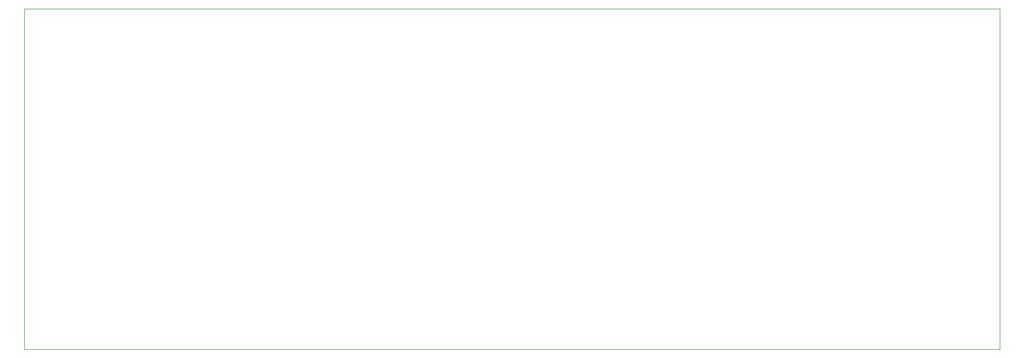
<source format=gko>
G04 =========================================*
G04 Numerical Innovations - Layer Information*
G04 Units: English*
G04 Purpose: Border*
G04 =========================================*
G04 FAB 3000 Version 8.3.44 (64-bit) - Gerber/CAM Software*
G04 RS274-X Output*
%FSLAX35Y35*%
%MIA0B0*%
%MOIN*%
%SFA1.000000B1.000000*%

%IPPOS*%
%AMROUNDEDRECTD125*
4,1,4,0.019685,0.011810,
-0.019685,0.011810,
-0.019685,-0.011810,
0.019685,-0.011810,
0.019685,0.011810,0.0*
4,1,4,0.000500,0.031495,
-0.000500,0.031495,
-0.000500,-0.031495,
0.000500,-0.031495,
0.000500,0.031495,0.0*
1,1,0.039370,0.000000,-0.011810*
1,1,0.039370,0.000000,-0.011810*
1,1,0.039370,0.000000,0.011810*
1,1,0.039370,0.000000,0.011810*
%
%ADD10C,0.010000*%
%ADD13C,0.019680*%
%ADD115O,0.078870X0.067060*%
%ADD116C,0.008000*%
%ADD117C,0.084770*%
%ADD118R,0.084770X0.084770*%
%ADD119C,0.049340*%
%ADD120C,0.063910*%
%ADD121C,0.143830*%
%ADD122C,0.118240*%
%ADD123C,0.165480*%
%ADD124C,0.133980*%
%ADD125ROUNDEDRECTD125*%
%ADD126C,0.025590*%
%ADD127C,0.007870*%
%ADD128C,0.015750*%
%ADD129C,0.039370*%
%ADD130C,0.013780*%
%ADD133O,0.070870X0.059060*%
%ADD134C,0.076770*%
%ADD135R,0.076770X0.076770*%
%ADD136C,0.041340*%
%ADD137C,0.055910*%
%ADD138C,0.135830*%
%ADD139C,0.110240*%
%ADD140C,0.157480*%
%ADD141C,0.125980*%
%ADD142C,0.031500*%
%ADD143C,0.055120*%
%ADD144C,0.019680*%
%ADD146C,0.001000*%
%LNuP-H Main PCBA Assy V04_0*%
%LPD*%
G54D146*
X661417Y129921D02*
G01X31496D01*
Y350394D01*
X661417D01*
Y129921D01*
M02*
</source>
